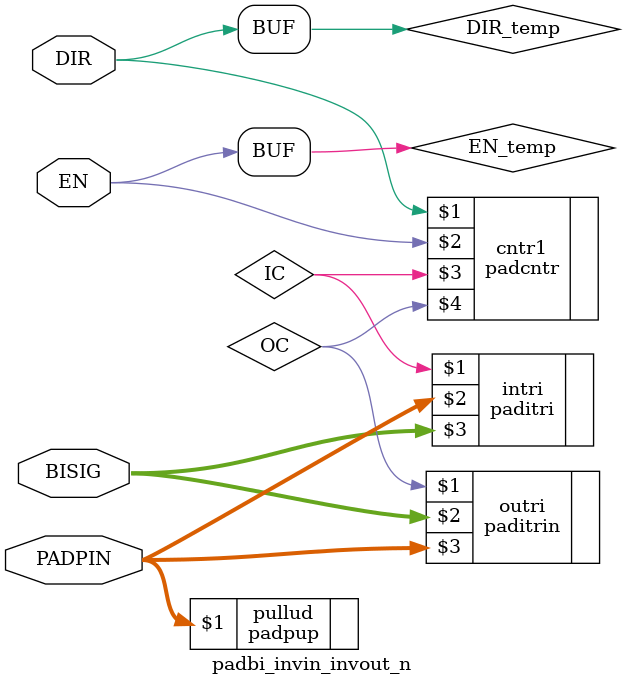
<source format=v>
module padbi_invin_invout_n(EN,DIR,BISIG,PADPIN);
  parameter M = 7;
  parameter N = 0;
  parameter SLIM_FLAG = 0;
  parameter OUTDRIVE = "4MA";
  parameter LEVEL_SHIFTING = 0;
  parameter SCHMITT_TRIGGER = 0;
  parameter PULL_TYPE = "None";
  parameter
        d_EN_r = 0,
        d_EN_f = 0,
        d_DIR_r = 0,
        d_DIR_f = 0,
        d_BISIG = 1,
        d_PADPIN = 1;
  input  EN;
  input  DIR;
  inout [M:N] BISIG;
  inout [M:N] PADPIN;
  wire  EN_temp;
  wire  DIR_temp;
  wire [M:N] BISIG_temp;
  wire [M:N] PADPIN_temp;
  wire  IC;
  wire  OC;
  assign #(d_EN_r,d_EN_f) EN_temp = EN;
  assign #(d_DIR_r,d_DIR_f) DIR_temp = DIR;
  padpup #(M,N,PULL_TYPE) pullud (PADPIN);
  paditrin #(M,N,PULL_TYPE) outri (OC,BISIG,PADPIN);
  paditri #(M,N) intri (IC,PADPIN,BISIG);
  padcntr cntr1 (DIR_temp,EN_temp,IC,OC);
endmodule

</source>
